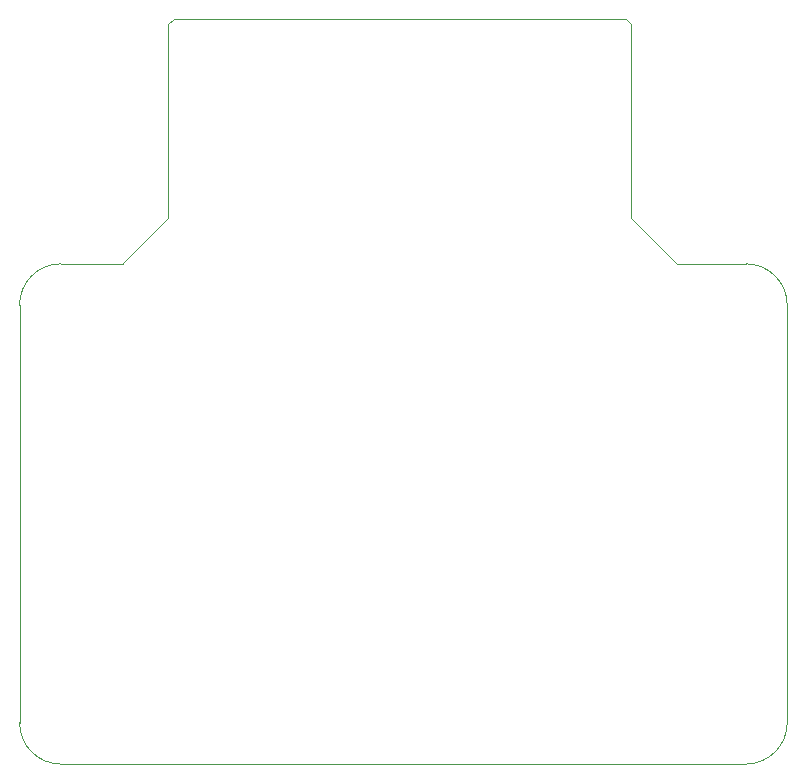
<source format=gbr>
%TF.GenerationSoftware,KiCad,Pcbnew,(5.99.0-9973-gfb99c55869)*%
%TF.CreationDate,2021-03-23T21:14:11-05:00*%
%TF.ProjectId,daisy_chain_board,64616973-795f-4636-9861-696e5f626f61,rev?*%
%TF.SameCoordinates,PX59d60c0PY325aa00*%
%TF.FileFunction,Profile,NP*%
%FSLAX46Y46*%
G04 Gerber Fmt 4.6, Leading zero omitted, Abs format (unit mm)*
G04 Created by KiCad (PCBNEW (5.99.0-9973-gfb99c55869)) date 2021-03-23 21:14:11*
%MOMM*%
%LPD*%
G01*
G04 APERTURE LIST*
%TA.AperFunction,Profile*%
%ADD10C,0.050000*%
%TD*%
G04 APERTURE END LIST*
D10*
X132070924Y16986000D02*
X132070924Y526800D01*
X92896400Y16935200D02*
X92896400Y526800D01*
X83800000Y-45696000D02*
X141800000Y-45696000D01*
X141800000Y-3340428D02*
G75*
G02*
X145300000Y-6840428I0J-3500000D01*
G01*
X93353600Y17392400D02*
X131664524Y17392400D01*
X80298000Y-6839200D02*
G75*
G02*
X83798000Y-3339200I3500000J0D01*
G01*
X89035600Y-3334000D02*
X83798000Y-3339200D01*
X93353600Y17392400D02*
X92896400Y16935200D01*
X92896400Y526800D02*
X89086400Y-3283200D01*
X131664524Y17392400D02*
X132070924Y16986000D01*
X145300000Y-6840428D02*
X145300000Y-42196000D01*
X145300000Y-42196000D02*
G75*
G02*
X141800000Y-45696000I-3500000J0D01*
G01*
X135924000Y-3334000D02*
X141800000Y-3340428D01*
X83800000Y-45696000D02*
G75*
G02*
X80300000Y-42196000I0J3500000D01*
G01*
X132070924Y526800D02*
X135924000Y-3334000D01*
X89086400Y-3283200D02*
X89035600Y-3334000D01*
X80298000Y-6839200D02*
X80300000Y-42196000D01*
M02*

</source>
